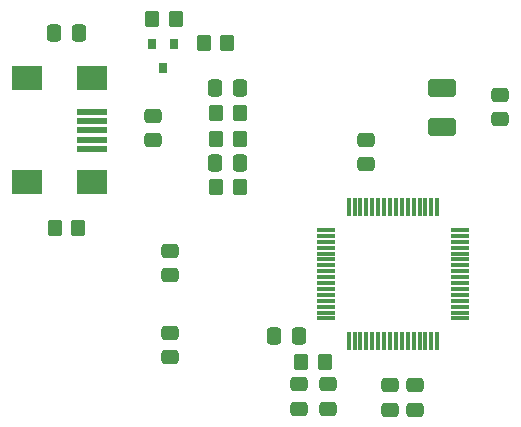
<source format=gbr>
G04 #@! TF.GenerationSoftware,KiCad,Pcbnew,6.0.2-378541a8eb~116~ubuntu20.04.1*
G04 #@! TF.CreationDate,2022-02-17T23:44:55+01:00*
G04 #@! TF.ProjectId,minimig-arm-controller-0805,6d696e69-6d69-4672-9d61-726d2d636f6e,rev?*
G04 #@! TF.SameCoordinates,Original*
G04 #@! TF.FileFunction,Paste,Top*
G04 #@! TF.FilePolarity,Positive*
%FSLAX46Y46*%
G04 Gerber Fmt 4.6, Leading zero omitted, Abs format (unit mm)*
G04 Created by KiCad (PCBNEW 6.0.2-378541a8eb~116~ubuntu20.04.1) date 2022-02-17 23:44:55*
%MOMM*%
%LPD*%
G01*
G04 APERTURE LIST*
G04 Aperture macros list*
%AMRoundRect*
0 Rectangle with rounded corners*
0 $1 Rounding radius*
0 $2 $3 $4 $5 $6 $7 $8 $9 X,Y pos of 4 corners*
0 Add a 4 corners polygon primitive as box body*
4,1,4,$2,$3,$4,$5,$6,$7,$8,$9,$2,$3,0*
0 Add four circle primitives for the rounded corners*
1,1,$1+$1,$2,$3*
1,1,$1+$1,$4,$5*
1,1,$1+$1,$6,$7*
1,1,$1+$1,$8,$9*
0 Add four rect primitives between the rounded corners*
20,1,$1+$1,$2,$3,$4,$5,0*
20,1,$1+$1,$4,$5,$6,$7,0*
20,1,$1+$1,$6,$7,$8,$9,0*
20,1,$1+$1,$8,$9,$2,$3,0*%
G04 Aperture macros list end*
%ADD10RoundRect,0.075000X0.075000X-0.700000X0.075000X0.700000X-0.075000X0.700000X-0.075000X-0.700000X0*%
%ADD11RoundRect,0.075000X0.700000X-0.075000X0.700000X0.075000X-0.700000X0.075000X-0.700000X-0.075000X0*%
%ADD12RoundRect,0.250000X-0.475000X0.337500X-0.475000X-0.337500X0.475000X-0.337500X0.475000X0.337500X0*%
%ADD13RoundRect,0.249999X-0.350001X-0.450001X0.350001X-0.450001X0.350001X0.450001X-0.350001X0.450001X0*%
%ADD14RoundRect,0.250000X0.925000X-0.500000X0.925000X0.500000X-0.925000X0.500000X-0.925000X-0.500000X0*%
%ADD15RoundRect,0.250000X0.475000X-0.337500X0.475000X0.337500X-0.475000X0.337500X-0.475000X-0.337500X0*%
%ADD16RoundRect,0.249999X0.350001X0.450001X-0.350001X0.450001X-0.350001X-0.450001X0.350001X-0.450001X0*%
%ADD17R,0.800000X0.900000*%
%ADD18RoundRect,0.250000X0.337500X0.475000X-0.337500X0.475000X-0.337500X-0.475000X0.337500X-0.475000X0*%
%ADD19RoundRect,0.250000X-0.337500X-0.475000X0.337500X-0.475000X0.337500X0.475000X-0.337500X0.475000X0*%
%ADD20R,2.500000X0.500000*%
%ADD21R,2.500000X2.000000*%
G04 APERTURE END LIST*
D10*
G04 #@! TO.C,U1*
X130917000Y-51823000D03*
X131417000Y-51823000D03*
X131917000Y-51823000D03*
X132417000Y-51823000D03*
X132917000Y-51823000D03*
X133417000Y-51823000D03*
X133917000Y-51823000D03*
X134417000Y-51823000D03*
X134917000Y-51823000D03*
X135417000Y-51823000D03*
X135917000Y-51823000D03*
X136417000Y-51823000D03*
X136917000Y-51823000D03*
X137417000Y-51823000D03*
X137917000Y-51823000D03*
X138417000Y-51823000D03*
D11*
X140342000Y-49898000D03*
X140342000Y-49398000D03*
X140342000Y-48898000D03*
X140342000Y-48398000D03*
X140342000Y-47898000D03*
X140342000Y-47398000D03*
X140342000Y-46898000D03*
X140342000Y-46398000D03*
X140342000Y-45898000D03*
X140342000Y-45398000D03*
X140342000Y-44898000D03*
X140342000Y-44398000D03*
X140342000Y-43898000D03*
X140342000Y-43398000D03*
X140342000Y-42898000D03*
X140342000Y-42398000D03*
D10*
X138417000Y-40473000D03*
X137917000Y-40473000D03*
X137417000Y-40473000D03*
X136917000Y-40473000D03*
X136417000Y-40473000D03*
X135917000Y-40473000D03*
X135417000Y-40473000D03*
X134917000Y-40473000D03*
X134417000Y-40473000D03*
X133917000Y-40473000D03*
X133417000Y-40473000D03*
X132917000Y-40473000D03*
X132417000Y-40473000D03*
X131917000Y-40473000D03*
X131417000Y-40473000D03*
X130917000Y-40473000D03*
D11*
X128992000Y-42398000D03*
X128992000Y-42898000D03*
X128992000Y-43398000D03*
X128992000Y-43898000D03*
X128992000Y-44398000D03*
X128992000Y-44898000D03*
X128992000Y-45398000D03*
X128992000Y-45898000D03*
X128992000Y-46398000D03*
X128992000Y-46898000D03*
X128992000Y-47398000D03*
X128992000Y-47898000D03*
X128992000Y-48398000D03*
X128992000Y-48898000D03*
X128992000Y-49398000D03*
X128992000Y-49898000D03*
G04 #@! TD*
D12*
G04 #@! TO.C,C2*
X126704500Y-55485000D03*
X126704500Y-57560000D03*
G04 #@! TD*
D13*
G04 #@! TO.C,R1*
X126878500Y-53579900D03*
X128878500Y-53579900D03*
G04 #@! TD*
D14*
G04 #@! TO.C,C4*
X138794500Y-33676000D03*
X138794500Y-30426000D03*
G04 #@! TD*
D15*
G04 #@! TO.C,C5*
X143747500Y-33025000D03*
X143747500Y-30950000D03*
G04 #@! TD*
D16*
G04 #@! TO.C,R6*
X120637500Y-26570000D03*
X118637500Y-26570000D03*
G04 #@! TD*
G04 #@! TO.C,R3*
X121679500Y-34718000D03*
X119679500Y-34718000D03*
G04 #@! TD*
G04 #@! TO.C,R7*
X121679500Y-38782000D03*
X119679500Y-38782000D03*
G04 #@! TD*
D17*
G04 #@! TO.C,Q1*
X116142500Y-26687000D03*
X114242500Y-26687000D03*
X115192500Y-28687000D03*
G04 #@! TD*
D18*
G04 #@! TO.C,C12*
X121717000Y-36750000D03*
X119642000Y-36750000D03*
G04 #@! TD*
D16*
G04 #@! TO.C,R2*
X121679500Y-32515500D03*
X119679500Y-32515500D03*
G04 #@! TD*
G04 #@! TO.C,R5*
X116262500Y-24512000D03*
X114262500Y-24512000D03*
G04 #@! TD*
D12*
G04 #@! TO.C,C9*
X115780000Y-51102500D03*
X115780000Y-53177500D03*
G04 #@! TD*
D15*
G04 #@! TO.C,C18*
X115780000Y-46227500D03*
X115780000Y-44152500D03*
G04 #@! TD*
D12*
G04 #@! TO.C,C1*
X129148500Y-55485000D03*
X129148500Y-57560000D03*
G04 #@! TD*
D18*
G04 #@! TO.C,C6*
X124635000Y-51350000D03*
X126710000Y-51350000D03*
G04 #@! TD*
D12*
G04 #@! TO.C,C7*
X134396400Y-57637500D03*
X134396400Y-55562500D03*
G04 #@! TD*
G04 #@! TO.C,C8*
X136530000Y-57637500D03*
X136530000Y-55562500D03*
G04 #@! TD*
D15*
G04 #@! TO.C,C16*
X132406400Y-36822300D03*
X132406400Y-34747300D03*
G04 #@! TD*
D19*
G04 #@! TO.C,C13*
X105989500Y-25721000D03*
X108064500Y-25721000D03*
G04 #@! TD*
D12*
G04 #@! TO.C,C10*
X114347000Y-32728000D03*
X114347000Y-34803000D03*
G04 #@! TD*
D16*
G04 #@! TO.C,R4*
X108027000Y-42231000D03*
X106027000Y-42231000D03*
G04 #@! TD*
D18*
G04 #@! TO.C,C11*
X121717000Y-30400000D03*
X119642000Y-30400000D03*
G04 #@! TD*
D20*
G04 #@! TO.C,CN1*
X109200000Y-32376000D03*
X109200000Y-33176000D03*
X109200000Y-33976000D03*
X109200000Y-34776000D03*
X109200000Y-35576000D03*
D21*
X103700000Y-38376000D03*
X109200000Y-38376000D03*
X103700000Y-29576000D03*
X109200000Y-29576000D03*
G04 #@! TD*
M02*

</source>
